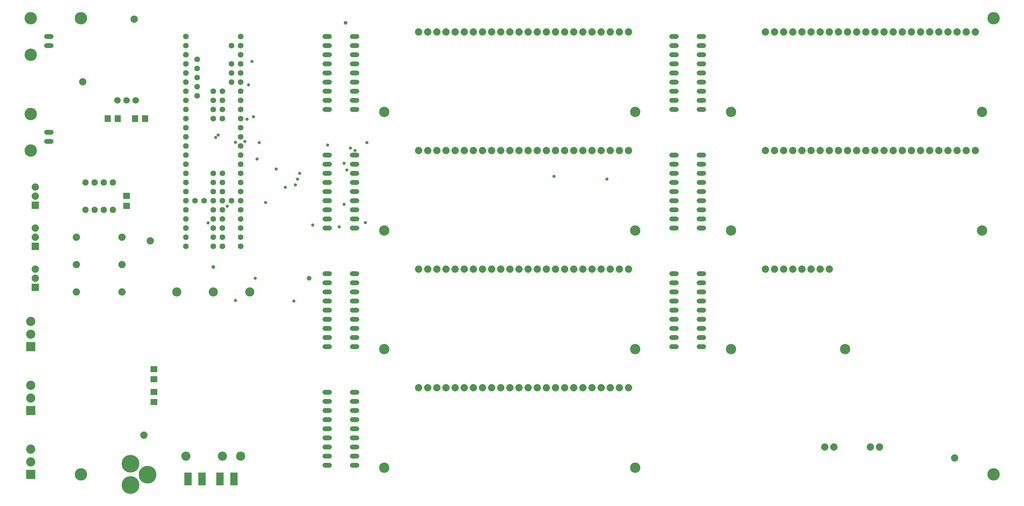
<source format=gts>
G04 EAGLE Gerber X2 export*
%TF.Part,Single*%
%TF.FileFunction,Other,Top Soldermask*%
%TF.FilePolarity,Positive*%
%TF.GenerationSoftware,Autodesk,EAGLE,9.1.1*%
%TF.CreationDate,2018-10-12T17:39:12Z*%
G75*
%MOMM*%
%FSLAX34Y34*%
%LPD*%
%AMOC8*
5,1,8,0,0,1.08239X$1,22.5*%
G01*
%ADD10C,2.870200*%
%ADD11P,1.896997X8X202.500000*%
%ADD12C,4.952400*%
%ADD13C,1.371600*%
%ADD14C,1.828800*%
%ADD15C,1.358800*%
%ADD16C,3.452400*%
%ADD17C,2.552400*%
%ADD18R,2.032000X2.032000*%
%ADD19C,2.032000*%
%ADD20R,2.565400X2.565400*%
%ADD21C,2.565400*%
%ADD22C,3.454400*%
%ADD23R,1.752400X1.952400*%
%ADD24R,1.952400X1.752400*%
%ADD25R,2.052400X3.552400*%
%ADD26C,1.600200*%
%ADD27C,1.320800*%
%ADD28C,1.066800*%
%ADD29C,0.914400*%


D10*
X1733550Y1073150D03*
X1035050Y1073150D03*
X1733550Y742950D03*
X1035050Y742950D03*
X1733550Y412750D03*
X1035050Y412750D03*
X1733550Y82550D03*
X1035050Y82550D03*
X2698750Y1073150D03*
X2000250Y1073150D03*
X2698750Y742950D03*
X2000250Y742950D03*
X2317750Y412750D03*
X2000250Y412750D03*
D11*
X279400Y876300D03*
X254000Y876300D03*
X228600Y876300D03*
X203200Y876300D03*
X203200Y800100D03*
X228600Y800100D03*
X254000Y800100D03*
X279400Y800100D03*
D12*
X376200Y62900D03*
X329200Y92900D03*
X329200Y33900D03*
D13*
X870204Y1282700D02*
X882396Y1282700D01*
X882396Y1257300D02*
X870204Y1257300D01*
X870204Y1130300D02*
X882396Y1130300D01*
X882396Y1104900D02*
X870204Y1104900D01*
X870204Y1231900D02*
X882396Y1231900D01*
X882396Y1206500D02*
X870204Y1206500D01*
X870204Y1155700D02*
X882396Y1155700D01*
X882396Y1181100D02*
X870204Y1181100D01*
X870204Y1079500D02*
X882396Y1079500D01*
X946404Y1079500D02*
X958596Y1079500D01*
X958596Y1104900D02*
X946404Y1104900D01*
X946404Y1130300D02*
X958596Y1130300D01*
X958596Y1155700D02*
X946404Y1155700D01*
X946404Y1181100D02*
X958596Y1181100D01*
X958596Y1206500D02*
X946404Y1206500D01*
X946404Y1231900D02*
X958596Y1231900D01*
X958596Y1257300D02*
X946404Y1257300D01*
X946404Y1282700D02*
X958596Y1282700D01*
D14*
X292100Y1104900D03*
X317500Y1104900D03*
X342900Y1104900D03*
D15*
X107632Y1257300D02*
X95568Y1257300D01*
X95568Y1282700D02*
X107632Y1282700D01*
D16*
X50800Y1231900D03*
X50800Y1333500D03*
D17*
X635000Y114300D03*
X584200Y114300D03*
X558800Y571500D03*
X457200Y571500D03*
X482600Y114300D03*
X660400Y571500D03*
D18*
X63500Y698500D03*
D19*
X63500Y723900D03*
X63500Y749300D03*
D18*
X63500Y584200D03*
D19*
X63500Y609600D03*
X63500Y635000D03*
D20*
X50800Y241300D03*
D21*
X50800Y276300D03*
X50800Y311300D03*
D20*
X50800Y419100D03*
D21*
X50800Y454100D03*
X50800Y489100D03*
D19*
X1130300Y1295400D03*
X1155700Y1295400D03*
X1181100Y1295400D03*
X1206500Y1295400D03*
X1231900Y1295400D03*
X1257300Y1295400D03*
X1282700Y1295400D03*
X1308100Y1295400D03*
X1333500Y1295400D03*
X1358900Y1295400D03*
X1384300Y1295400D03*
X1409700Y1295400D03*
X1435100Y1295400D03*
X1460500Y1295400D03*
X1485900Y1295400D03*
X1511300Y1295400D03*
X1536700Y1295400D03*
X1562100Y1295400D03*
X1587500Y1295400D03*
X1612900Y1295400D03*
X1638300Y1295400D03*
X1663700Y1295400D03*
X1689100Y1295400D03*
X1714500Y1295400D03*
D22*
X190500Y63500D03*
X190500Y1333500D03*
X2730500Y1333500D03*
X2730500Y63500D03*
D19*
X304800Y723900D03*
X177800Y723900D03*
X177800Y647700D03*
X304800Y647700D03*
X177800Y571500D03*
X304800Y571500D03*
D23*
X369600Y1054100D03*
X341600Y1054100D03*
X293400Y1054100D03*
X265400Y1054100D03*
D24*
X317500Y811500D03*
X317500Y839500D03*
D19*
X2622550Y109220D03*
X195580Y1156970D03*
X383540Y713740D03*
X339090Y1330960D03*
X365760Y172720D03*
D24*
X393700Y328900D03*
X393700Y356900D03*
X393700Y293400D03*
X393700Y265400D03*
D25*
X577400Y50800D03*
X616400Y50800D03*
D26*
X482600Y1282700D03*
X482600Y1257300D03*
X482600Y1231900D03*
X482600Y1206500D03*
X482600Y1181100D03*
X482600Y1155700D03*
X482600Y1130300D03*
X482600Y1104900D03*
X482600Y1079500D03*
X482600Y1054100D03*
X482600Y1028700D03*
X482600Y1003300D03*
X482600Y977900D03*
X482600Y952500D03*
X482600Y901700D03*
X482600Y876300D03*
X482600Y850900D03*
X482600Y825500D03*
X609600Y825500D03*
X635000Y952500D03*
X635000Y977900D03*
X635000Y1003300D03*
X635000Y1028700D03*
X635000Y1054100D03*
X635000Y1079500D03*
X635000Y1104900D03*
X635000Y1130300D03*
X635000Y1155700D03*
X635000Y1181100D03*
X635000Y1206500D03*
X635000Y1231900D03*
X635000Y1257300D03*
X635000Y1282700D03*
X609600Y1257300D03*
X609600Y1206500D03*
X609600Y1181100D03*
X609600Y1155700D03*
X514350Y1117600D03*
X482600Y927100D03*
X514350Y1168400D03*
X514350Y1219200D03*
X558800Y1054100D03*
X558800Y1079500D03*
X514350Y1143000D03*
X514350Y1193800D03*
X584200Y1054100D03*
X584200Y1079500D03*
X584200Y1104900D03*
X584200Y1130300D03*
X558800Y1104900D03*
X558800Y1130300D03*
X508000Y825500D03*
X635000Y825500D03*
X635000Y850900D03*
X635000Y876300D03*
X635000Y901700D03*
X635000Y927100D03*
X533400Y825500D03*
X558800Y825500D03*
X584200Y825500D03*
X482600Y800100D03*
X482600Y774700D03*
X482600Y749300D03*
X482600Y723900D03*
X482600Y698500D03*
X635000Y698500D03*
X635000Y800100D03*
X635000Y774700D03*
X635000Y749300D03*
X635000Y723900D03*
X558800Y850900D03*
X558800Y876300D03*
X558800Y901700D03*
X584200Y901700D03*
X584200Y876300D03*
X584200Y850900D03*
X558800Y800100D03*
X558800Y774700D03*
X558800Y749300D03*
X558800Y723900D03*
X558800Y698500D03*
X584200Y800100D03*
X584200Y774700D03*
X584200Y749300D03*
X584200Y723900D03*
X584200Y698500D03*
D15*
X107632Y990600D02*
X95568Y990600D01*
X95568Y1016000D02*
X107632Y1016000D01*
D16*
X50800Y965200D03*
X50800Y1066800D03*
D13*
X870204Y952500D02*
X882396Y952500D01*
X882396Y927100D02*
X870204Y927100D01*
X870204Y800100D02*
X882396Y800100D01*
X882396Y774700D02*
X870204Y774700D01*
X870204Y901700D02*
X882396Y901700D01*
X882396Y876300D02*
X870204Y876300D01*
X870204Y825500D02*
X882396Y825500D01*
X882396Y850900D02*
X870204Y850900D01*
X870204Y749300D02*
X882396Y749300D01*
X946404Y749300D02*
X958596Y749300D01*
X958596Y774700D02*
X946404Y774700D01*
X946404Y800100D02*
X958596Y800100D01*
X958596Y825500D02*
X946404Y825500D01*
X946404Y850900D02*
X958596Y850900D01*
X958596Y876300D02*
X946404Y876300D01*
X946404Y901700D02*
X958596Y901700D01*
X958596Y927100D02*
X946404Y927100D01*
X946404Y952500D02*
X958596Y952500D01*
D19*
X1130300Y965200D03*
X1155700Y965200D03*
X1181100Y965200D03*
X1206500Y965200D03*
X1231900Y965200D03*
X1257300Y965200D03*
X1282700Y965200D03*
X1308100Y965200D03*
X1333500Y965200D03*
X1358900Y965200D03*
X1384300Y965200D03*
X1409700Y965200D03*
X1435100Y965200D03*
X1460500Y965200D03*
X1485900Y965200D03*
X1511300Y965200D03*
X1536700Y965200D03*
X1562100Y965200D03*
X1587500Y965200D03*
X1612900Y965200D03*
X1638300Y965200D03*
X1663700Y965200D03*
X1689100Y965200D03*
X1714500Y965200D03*
D13*
X882396Y622300D02*
X870204Y622300D01*
X870204Y596900D02*
X882396Y596900D01*
X882396Y469900D02*
X870204Y469900D01*
X870204Y444500D02*
X882396Y444500D01*
X882396Y571500D02*
X870204Y571500D01*
X870204Y546100D02*
X882396Y546100D01*
X882396Y495300D02*
X870204Y495300D01*
X870204Y520700D02*
X882396Y520700D01*
X882396Y419100D02*
X870204Y419100D01*
X946404Y419100D02*
X958596Y419100D01*
X958596Y444500D02*
X946404Y444500D01*
X946404Y469900D02*
X958596Y469900D01*
X958596Y495300D02*
X946404Y495300D01*
X946404Y520700D02*
X958596Y520700D01*
X958596Y546100D02*
X946404Y546100D01*
X946404Y571500D02*
X958596Y571500D01*
X958596Y596900D02*
X946404Y596900D01*
X946404Y622300D02*
X958596Y622300D01*
D19*
X1130300Y635000D03*
X1155700Y635000D03*
X1181100Y635000D03*
X1206500Y635000D03*
X1231900Y635000D03*
X1257300Y635000D03*
X1282700Y635000D03*
X1308100Y635000D03*
X1333500Y635000D03*
X1358900Y635000D03*
X1384300Y635000D03*
X1409700Y635000D03*
X1435100Y635000D03*
X1460500Y635000D03*
X1485900Y635000D03*
X1511300Y635000D03*
X1536700Y635000D03*
X1562100Y635000D03*
X1587500Y635000D03*
X1612900Y635000D03*
X1638300Y635000D03*
X1663700Y635000D03*
X1689100Y635000D03*
X1714500Y635000D03*
D13*
X882396Y292100D02*
X870204Y292100D01*
X870204Y266700D02*
X882396Y266700D01*
X882396Y139700D02*
X870204Y139700D01*
X870204Y114300D02*
X882396Y114300D01*
X882396Y241300D02*
X870204Y241300D01*
X870204Y215900D02*
X882396Y215900D01*
X882396Y165100D02*
X870204Y165100D01*
X870204Y190500D02*
X882396Y190500D01*
X882396Y88900D02*
X870204Y88900D01*
X946404Y88900D02*
X958596Y88900D01*
X958596Y114300D02*
X946404Y114300D01*
X946404Y139700D02*
X958596Y139700D01*
X958596Y165100D02*
X946404Y165100D01*
X946404Y190500D02*
X958596Y190500D01*
X958596Y215900D02*
X946404Y215900D01*
X946404Y241300D02*
X958596Y241300D01*
X958596Y266700D02*
X946404Y266700D01*
X946404Y292100D02*
X958596Y292100D01*
D19*
X1130300Y304800D03*
X1155700Y304800D03*
X1181100Y304800D03*
X1206500Y304800D03*
X1231900Y304800D03*
X1257300Y304800D03*
X1282700Y304800D03*
X1308100Y304800D03*
X1333500Y304800D03*
X1358900Y304800D03*
X1384300Y304800D03*
X1409700Y304800D03*
X1435100Y304800D03*
X1460500Y304800D03*
X1485900Y304800D03*
X1511300Y304800D03*
X1536700Y304800D03*
X1562100Y304800D03*
X1587500Y304800D03*
X1612900Y304800D03*
X1638300Y304800D03*
X1663700Y304800D03*
X1689100Y304800D03*
X1714500Y304800D03*
D13*
X1835404Y1282700D02*
X1847596Y1282700D01*
X1847596Y1257300D02*
X1835404Y1257300D01*
X1835404Y1130300D02*
X1847596Y1130300D01*
X1847596Y1104900D02*
X1835404Y1104900D01*
X1835404Y1231900D02*
X1847596Y1231900D01*
X1847596Y1206500D02*
X1835404Y1206500D01*
X1835404Y1155700D02*
X1847596Y1155700D01*
X1847596Y1181100D02*
X1835404Y1181100D01*
X1835404Y1079500D02*
X1847596Y1079500D01*
X1911604Y1079500D02*
X1923796Y1079500D01*
X1923796Y1104900D02*
X1911604Y1104900D01*
X1911604Y1130300D02*
X1923796Y1130300D01*
X1923796Y1155700D02*
X1911604Y1155700D01*
X1911604Y1181100D02*
X1923796Y1181100D01*
X1923796Y1206500D02*
X1911604Y1206500D01*
X1911604Y1231900D02*
X1923796Y1231900D01*
X1923796Y1257300D02*
X1911604Y1257300D01*
X1911604Y1282700D02*
X1923796Y1282700D01*
D19*
X2095500Y1295400D03*
X2120900Y1295400D03*
X2146300Y1295400D03*
X2171700Y1295400D03*
X2197100Y1295400D03*
X2222500Y1295400D03*
X2247900Y1295400D03*
X2273300Y1295400D03*
X2298700Y1295400D03*
X2324100Y1295400D03*
X2349500Y1295400D03*
X2374900Y1295400D03*
X2400300Y1295400D03*
X2425700Y1295400D03*
X2451100Y1295400D03*
X2476500Y1295400D03*
X2501900Y1295400D03*
X2527300Y1295400D03*
X2552700Y1295400D03*
X2578100Y1295400D03*
X2603500Y1295400D03*
X2628900Y1295400D03*
X2654300Y1295400D03*
X2679700Y1295400D03*
D13*
X1847596Y952500D02*
X1835404Y952500D01*
X1835404Y927100D02*
X1847596Y927100D01*
X1847596Y800100D02*
X1835404Y800100D01*
X1835404Y774700D02*
X1847596Y774700D01*
X1847596Y901700D02*
X1835404Y901700D01*
X1835404Y876300D02*
X1847596Y876300D01*
X1847596Y825500D02*
X1835404Y825500D01*
X1835404Y850900D02*
X1847596Y850900D01*
X1847596Y749300D02*
X1835404Y749300D01*
X1911604Y749300D02*
X1923796Y749300D01*
X1923796Y774700D02*
X1911604Y774700D01*
X1911604Y800100D02*
X1923796Y800100D01*
X1923796Y825500D02*
X1911604Y825500D01*
X1911604Y850900D02*
X1923796Y850900D01*
X1923796Y876300D02*
X1911604Y876300D01*
X1911604Y901700D02*
X1923796Y901700D01*
X1923796Y927100D02*
X1911604Y927100D01*
X1911604Y952500D02*
X1923796Y952500D01*
D19*
X2095500Y965200D03*
X2120900Y965200D03*
X2146300Y965200D03*
X2171700Y965200D03*
X2197100Y965200D03*
X2222500Y965200D03*
X2247900Y965200D03*
X2273300Y965200D03*
X2298700Y965200D03*
X2324100Y965200D03*
X2349500Y965200D03*
X2374900Y965200D03*
X2400300Y965200D03*
X2425700Y965200D03*
X2451100Y965200D03*
X2476500Y965200D03*
X2501900Y965200D03*
X2527300Y965200D03*
X2552700Y965200D03*
X2578100Y965200D03*
X2603500Y965200D03*
X2628900Y965200D03*
X2654300Y965200D03*
X2679700Y965200D03*
D13*
X1847596Y622300D02*
X1835404Y622300D01*
X1835404Y596900D02*
X1847596Y596900D01*
X1847596Y469900D02*
X1835404Y469900D01*
X1835404Y444500D02*
X1847596Y444500D01*
X1847596Y571500D02*
X1835404Y571500D01*
X1835404Y546100D02*
X1847596Y546100D01*
X1847596Y495300D02*
X1835404Y495300D01*
X1835404Y520700D02*
X1847596Y520700D01*
X1847596Y419100D02*
X1835404Y419100D01*
X1911604Y419100D02*
X1923796Y419100D01*
X1923796Y444500D02*
X1911604Y444500D01*
X1911604Y469900D02*
X1923796Y469900D01*
X1923796Y495300D02*
X1911604Y495300D01*
X1911604Y520700D02*
X1923796Y520700D01*
X1923796Y546100D02*
X1911604Y546100D01*
X1911604Y571500D02*
X1923796Y571500D01*
X1923796Y596900D02*
X1911604Y596900D01*
X1911604Y622300D02*
X1923796Y622300D01*
D19*
X2260600Y139700D03*
X2286000Y139700D03*
X2387600Y139700D03*
X2413000Y139700D03*
X2095500Y635000D03*
X2120900Y635000D03*
X2146300Y635000D03*
X2171700Y635000D03*
X2197100Y635000D03*
X2222500Y635000D03*
X2247900Y635000D03*
X2273300Y635000D03*
D18*
X63500Y812800D03*
D19*
X63500Y838200D03*
X63500Y863600D03*
D20*
X50800Y63500D03*
D21*
X50800Y98500D03*
X50800Y133500D03*
D25*
X527500Y50800D03*
X488500Y50800D03*
D27*
X825500Y609600D03*
D28*
X558800Y641350D03*
X927100Y1320800D03*
D29*
X573024Y1008888D03*
X666496Y1213104D03*
X787400Y869696D03*
X680720Y941832D03*
X565912Y1001776D03*
X783336Y546608D03*
X544576Y764032D03*
X598424Y810768D03*
X982472Y765048D03*
X954024Y965200D03*
X734568Y913384D03*
X1507744Y893064D03*
X923544Y815848D03*
X986536Y987552D03*
X686816Y987552D03*
X620776Y988568D03*
X940816Y972312D03*
X670560Y1059688D03*
X909320Y752856D03*
X657352Y1148080D03*
X877824Y980440D03*
X1655064Y885952D03*
X653288Y1052576D03*
X705104Y820928D03*
X799592Y902208D03*
X647192Y990600D03*
X620776Y547624D03*
X675640Y609600D03*
X836168Y757936D03*
X930656Y911352D03*
X759968Y862584D03*
X923544Y929640D03*
X793496Y885952D03*
M02*

</source>
